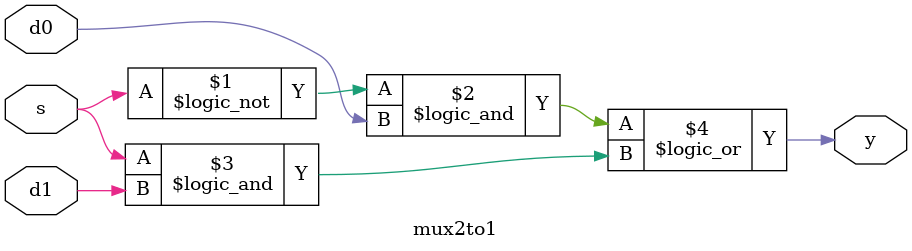
<source format=v>
`timescale 1ns / 1ps

module mux2to1(
output wire y,
input wire d0, d1, s
    );
assign y = (!s && d0)||(s && d1);
endmodule

</source>
